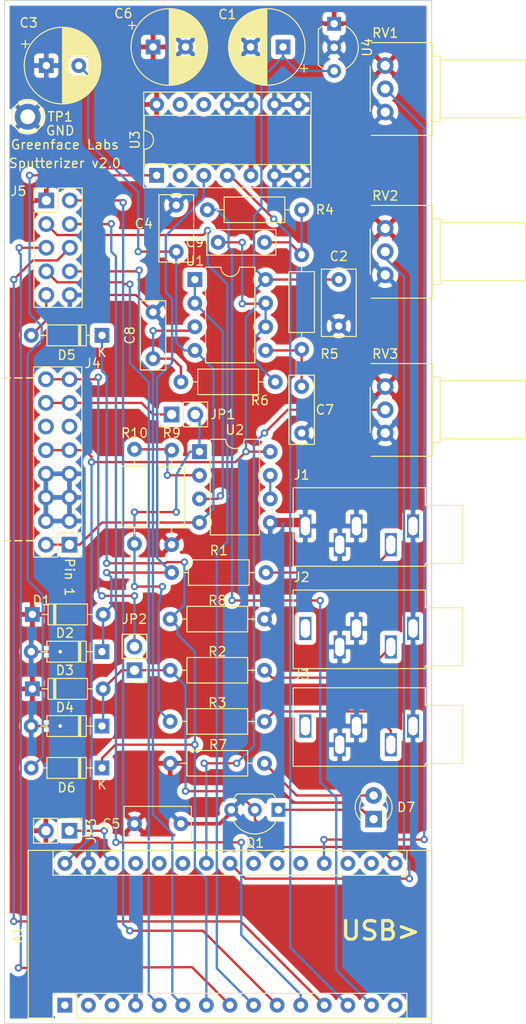
<source format=kicad_pcb>
(kicad_pcb (version 20171130) (host pcbnew "(5.1.2)-1")
  (layers (0 F.Cu signal) (31 B.Cu signal) (34 B.Paste user hide) (35 F.Paste user hide) (36 B.SilkS user) (37 F.SilkS user) (38 B.Mask user hide) (39 F.Mask user hide) (44 Edge.Cuts user))
  (net 0 "")
  (net 1 "Net-(A1-Pad1)")
  (net 2 "Net-(A1-Pad17)")
  (net 3 "Net-(A1-Pad2)")
  (net 4 "Net-(A1-Pad18)")
  (net 5 "Net-(A1-Pad3)")
  (net 6 "Net-(A1-Pad19)")
  (net 7 GND)
  (net 8 "Net-(A1-Pad20)")
  (net 9 "Net-(A1-Pad5)")
  (net 10 "Net-(A1-Pad21)")
  (net 11 "Net-(A1-Pad6)")
  (net 12 "Net-(A1-Pad22)")
  (net 13 "Net-(A1-Pad7)")
  (net 14 "Net-(A1-Pad23)")
  (net 15 "Net-(A1-Pad8)")
  (net 16 "Net-(A1-Pad24)")
  (net 17 "Net-(A1-Pad9)")
  (net 18 "Net-(A1-Pad25)")
  (net 19 "Net-(A1-Pad10)")
  (net 20 "Net-(A1-Pad26)")
  (net 21 "Net-(A1-Pad11)")
  (net 22 +5V)
  (net 23 "Net-(A1-Pad12)")
  (net 24 "Net-(A1-Pad28)")
  (net 25 "Net-(A1-Pad13)")
  (net 26 "Net-(A1-Pad14)")
  (net 27 "Net-(A1-Pad15)")
  (net 28 "Net-(A1-Pad16)")
  (net 29 +12V)
  (net 30 -12V)
  (net 31 "Net-(C7-Pad1)")
  (net 32 "Net-(C8-Pad1)")
  (net 33 "Net-(C9-Pad1)")
  (net 34 "Net-(C9-Pad2)")
  (net 35 "Net-(D7-Pad1)")
  (net 36 "Net-(D7-Pad2)")
  (net 37 /CV)
  (net 38 /Gate)
  (net 39 "Net-(R10-Pad1)")
  (net 40 "Net-(U1-Pad1)")
  (net 41 "Net-(U2-Pad6)")
  (net 42 "Net-(J4-Pad11)")
  (net 43 "Net-(JP1-Pad2)")
  (net 44 "Net-(J4-Pad12)")
  (net 45 "Net-(A1-Pad27)")
  (net 46 "Net-(D1-Pad2)")
  (net 47 "Net-(D5-Pad2)")
  (net 48 "Net-(D6-Pad2)")
  (net 49 "Net-(J1-Pad2)")
  (net 50 "Net-(J2-Pad2)")
  (net 51 "Net-(J3-Pad2)")
  (net 52 "Net-(U3-Pad2)")
  (net 53 "Net-(U3-Pad12)")
  (net 54 "Net-(U3-Pad13)")
  (net 55 "Net-(J2-Pad4)")
  (net 56 "Net-(J3-Pad4)")
  (module sputterizer:Jack_3.5mm_CUI_SJ1-3535NG_Horizontal_RectangularHoles (layer F.Cu) (at 93 121.5 270)
    (fp_text reference J1 (at -5.5 12 180) (layer F.SilkS))
    (fp_text value SJ1-3535)
    (pad 4 thru_hole rect (at 0 11.6 270) (size 2.5 1.3) (drill oval 2 1) (layers *.Cu *.Mask) (net 7 GND))
    (pad 5 thru_hole rect (at 0 6.1 270) (size 2.5 1.3) (drill oval 2 1) (layers *.Cu *.Mask) (net 7 GND))
    (pad 1 thru_hole rect (at 0 0 270) (size 2.5 1.3) (drill oval 2 1) (layers *.Cu *.Mask) (net 7 GND))
    (pad 2 thru_hole rect (at 2 2.4 270) (size 2.5 1.3) (drill oval 2 1) (layers *.Cu *.Mask) (net 49 "Net-(J1-Pad2)"))
    (pad 3 thru_hole rect (at 2 7.9 270) (size 2.5 1.3) (drill oval 2 1) (layers *.Cu *.Mask) (net 7 GND))
  )
  (module sputterizer:Jack_3.5mm_CUI_SJ1-3535NG_Horizontal_RectangularHoles (layer F.Cu) (at 93 132.5 270)
    (fp_text reference J2 (at -5.5 12 180) (layer F.SilkS))
    (fp_text value SJ1-3535)
    (pad 4 thru_hole rect (at 0 11.6 270) (size 2.5 1.3) (drill oval 2 1) (layers *.Cu *.Mask) (net 55 "Net-(J2-Pad4)"))
    (pad 5 thru_hole rect (at 0 6.1 270) (size 2.5 1.3) (drill oval 2 1) (layers *.Cu *.Mask) (net 7 GND))
    (pad 1 thru_hole rect (at 0 0 270) (size 2.5 1.3) (drill oval 2 1) (layers *.Cu *.Mask) (net 7 GND))
    (pad 2 thru_hole rect (at 2 2.4 270) (size 2.5 1.3) (drill oval 2 1) (layers *.Cu *.Mask) (net 50 "Net-(J2-Pad2)"))
    (pad 3 thru_hole rect (at 2 7.9 270) (size 2.5 1.3) (drill oval 2 1) (layers *.Cu *.Mask) (net 7 GND))
  )
  (module sputterizer:Jack_3.5mm_CUI_SJ1-3535NG_Horizontal_RectangularHoles (layer F.Cu) (at 93 143 270)
    (fp_text reference J3 (at -5.5 12 180) (layer F.SilkS))
    (fp_text value SJ1-3535)
    (pad 4 thru_hole rect (at 0 11.6 270) (size 2.5 1.3) (drill oval 2 1) (layers *.Cu *.Mask) (net 56 "Net-(J3-Pad4)"))
    (pad 5 thru_hole rect (at 0 6.1 270) (size 2.5 1.3) (drill oval 2 1) (layers *.Cu *.Mask) (net 7 GND))
    (pad 1 thru_hole rect (at 0 0 270) (size 2.5 1.3) (drill oval 2 1) (layers *.Cu *.Mask) (net 7 GND))
    (pad 2 thru_hole rect (at 2 2.4 270) (size 2.5 1.3) (drill oval 2 1) (layers *.Cu *.Mask) (net 51 "Net-(J3-Pad2)"))
    (pad 3 thru_hole rect (at 2 7.9 270) (size 2.5 1.3) (drill oval 2 1) (layers *.Cu *.Mask) (net 7 GND))
  )
  (module Connector_PinHeader_2.54mm:PinHeader_2x05_P2.54mm_Vertical (layer F.Cu) (at 53.5 86.5)
    (fp_text reference J5 (at -3 -1) (layer F.SilkS))
    (fp_text value Conn_02x05_Odd_Even)
    (pad 10 thru_hole oval (at 2.54 10.16) (size 1.7 1.7) (drill 1) (layers *.Cu *.Mask) (net 7 GND))
    (pad 9 thru_hole oval (at 0 10.16) (size 1.7 1.7) (drill 1) (layers *.Cu *.Mask) (net 47 "Net-(D5-Pad2)"))
    (pad 8 thru_hole oval (at 2.54 7.62) (size 1.7 1.7) (drill 1) (layers *.Cu *.Mask) (net 11 "Net-(A1-Pad6)"))
    (pad 7 thru_hole oval (at 0 7.62) (size 1.7 1.7) (drill 1) (layers *.Cu *.Mask) (net 9 "Net-(A1-Pad5)"))
    (pad 6 thru_hole oval (at 2.54 5.08) (size 1.7 1.7) (drill 1) (layers *.Cu *.Mask) (net 23 "Net-(A1-Pad12)"))
    (pad 5 thru_hole oval (at 0 5.08) (size 1.7 1.7) (drill 1) (layers *.Cu *.Mask) (net 15 "Net-(A1-Pad8)"))
    (pad 4 thru_hole oval (at 2.54 2.54) (size 1.7 1.7) (drill 1) (layers *.Cu *.Mask) (net 21 "Net-(A1-Pad11)"))
    (pad 3 thru_hole oval (at 0 2.54) (size 1.7 1.7) (drill 1) (layers *.Cu *.Mask) (net 17 "Net-(A1-Pad9)"))
    (pad 2 thru_hole oval (at 2.54 0) (size 1.7 1.7) (drill 1) (layers *.Cu *.Mask) (net 19 "Net-(A1-Pad10)"))
    (pad 1 thru_hole rect (at 0 0) (size 1.7 1.7) (drill 1) (layers *.Cu *.Mask) (net 22 +5V))
  )
  (module Module:Arduino_Nano (layer F.Cu) (at 55.5 173 90)
    (fp_text reference A1 (at 7.62 -5.08 90) (layer F.SilkS))
    (fp_text value Arduino_Nano_v3.x)
    (pad 16 thru_hole oval (at 15.24 35.56 90) (size 1.6 1.6) (drill 0.8) (layers *.Cu *.Mask) (net 28 "Net-(A1-Pad16)"))
    (pad 15 thru_hole oval (at 0 35.56 90) (size 1.6 1.6) (drill 0.8) (layers *.Cu *.Mask) (net 27 "Net-(A1-Pad15)"))
    (pad 30 thru_hole oval (at 15.24 0 90) (size 1.6 1.6) (drill 0.8) (layers *.Cu *.Mask) (net 29 +12V))
    (pad 14 thru_hole oval (at 0 33.02 90) (size 1.6 1.6) (drill 0.8) (layers *.Cu *.Mask) (net 26 "Net-(A1-Pad14)"))
    (pad 29 thru_hole oval (at 15.24 2.54 90) (size 1.6 1.6) (drill 0.8) (layers *.Cu *.Mask) (net 7 GND))
    (pad 13 thru_hole oval (at 0 30.48 90) (size 1.6 1.6) (drill 0.8) (layers *.Cu *.Mask) (net 25 "Net-(A1-Pad13)"))
    (pad 28 thru_hole oval (at 15.24 5.08 90) (size 1.6 1.6) (drill 0.8) (layers *.Cu *.Mask) (net 24 "Net-(A1-Pad28)"))
    (pad 12 thru_hole oval (at 0 27.94 90) (size 1.6 1.6) (drill 0.8) (layers *.Cu *.Mask) (net 23 "Net-(A1-Pad12)"))
    (pad 27 thru_hole oval (at 15.24 7.62 90) (size 1.6 1.6) (drill 0.8) (layers *.Cu *.Mask) (net 45 "Net-(A1-Pad27)"))
    (pad 11 thru_hole oval (at 0 25.4 90) (size 1.6 1.6) (drill 0.8) (layers *.Cu *.Mask) (net 21 "Net-(A1-Pad11)"))
    (pad 26 thru_hole oval (at 15.24 10.16 90) (size 1.6 1.6) (drill 0.8) (layers *.Cu *.Mask) (net 20 "Net-(A1-Pad26)"))
    (pad 10 thru_hole oval (at 0 22.86 90) (size 1.6 1.6) (drill 0.8) (layers *.Cu *.Mask) (net 19 "Net-(A1-Pad10)"))
    (pad 25 thru_hole oval (at 15.24 12.7 90) (size 1.6 1.6) (drill 0.8) (layers *.Cu *.Mask) (net 18 "Net-(A1-Pad25)"))
    (pad 9 thru_hole oval (at 0 20.32 90) (size 1.6 1.6) (drill 0.8) (layers *.Cu *.Mask) (net 17 "Net-(A1-Pad9)"))
    (pad 24 thru_hole oval (at 15.24 15.24 90) (size 1.6 1.6) (drill 0.8) (layers *.Cu *.Mask) (net 16 "Net-(A1-Pad24)"))
    (pad 8 thru_hole oval (at 0 17.78 90) (size 1.6 1.6) (drill 0.8) (layers *.Cu *.Mask) (net 15 "Net-(A1-Pad8)"))
    (pad 23 thru_hole oval (at 15.24 17.78 90) (size 1.6 1.6) (drill 0.8) (layers *.Cu *.Mask) (net 14 "Net-(A1-Pad23)"))
    (pad 7 thru_hole oval (at 0 15.24 90) (size 1.6 1.6) (drill 0.8) (layers *.Cu *.Mask) (net 13 "Net-(A1-Pad7)"))
    (pad 22 thru_hole oval (at 15.24 20.32 90) (size 1.6 1.6) (drill 0.8) (layers *.Cu *.Mask) (net 12 "Net-(A1-Pad22)"))
    (pad 6 thru_hole oval (at 0 12.7 90) (size 1.6 1.6) (drill 0.8) (layers *.Cu *.Mask) (net 11 "Net-(A1-Pad6)"))
    (pad 21 thru_hole oval (at 15.24 22.86 90) (size 1.6 1.6) (drill 0.8) (layers *.Cu *.Mask) (net 10 "Net-(A1-Pad21)"))
    (pad 5 thru_hole oval (at 0 10.16 90) (size 1.6 1.6) (drill 0.8) (layers *.Cu *.Mask) (net 9 "Net-(A1-Pad5)"))
    (pad 20 thru_hole oval (at 15.24 25.4 90) (size 1.6 1.6) (drill 0.8) (layers *.Cu *.Mask) (net 8 "Net-(A1-Pad20)"))
    (pad 4 thru_hole oval (at 0 7.62 90) (size 1.6 1.6) (drill 0.8) (layers *.Cu *.Mask) (net 7 GND))
    (pad 19 thru_hole oval (at 15.24 27.94 90) (size 1.6 1.6) (drill 0.8) (layers *.Cu *.Mask) (net 6 "Net-(A1-Pad19)"))
    (pad 3 thru_hole oval (at 0 5.08 90) (size 1.6 1.6) (drill 0.8) (layers *.Cu *.Mask) (net 5 "Net-(A1-Pad3)"))
    (pad 18 thru_hole oval (at 15.24 30.48 90) (size 1.6 1.6) (drill 0.8) (layers *.Cu *.Mask) (net 4 "Net-(A1-Pad18)"))
    (pad 2 thru_hole oval (at 0 2.54 90) (size 1.6 1.6) (drill 0.8) (layers *.Cu *.Mask) (net 3 "Net-(A1-Pad2)"))
    (pad 17 thru_hole oval (at 15.24 33.02 90) (size 1.6 1.6) (drill 0.8) (layers *.Cu *.Mask) (net 2 "Net-(A1-Pad17)"))
    (pad 1 thru_hole rect (at 0 0 90) (size 1.6 1.6) (drill 0.8) (layers *.Cu *.Mask) (net 1 "Net-(A1-Pad1)"))
  )
  (module Capacitor_THT:CP_Radial_D8.0mm_P3.50mm (layer F.Cu) (at 79 70 180)
    (fp_text reference C1 (at 6 3.5) (layer F.SilkS))
    (fp_text value 100uF)
    (pad 2 thru_hole circle (at 3.5 0 180) (size 1.6 1.6) (drill 0.8) (layers *.Cu *.Mask) (net 7 GND))
    (pad 1 thru_hole rect (at 0 0 180) (size 1.6 1.6) (drill 0.8) (layers *.Cu *.Mask) (net 29 +12V))
  )
  (module Capacitor_THT:C_Rect_L7.0mm_W3.5mm_P5.00mm (layer F.Cu) (at 85 95 270)
    (fp_text reference C2 (at -2.5 0 180) (layer F.SilkS))
    (fp_text value 100nF)
    (pad 2 thru_hole circle (at 5 0 270) (size 1.6 1.6) (drill 0.8) (layers *.Cu *.Mask) (net 7 GND))
    (pad 1 thru_hole circle (at 0 0 270) (size 1.6 1.6) (drill 0.8) (layers *.Cu *.Mask) (net 29 +12V))
  )
  (module Capacitor_THT:CP_Radial_D8.0mm_P3.50mm (layer F.Cu) (at 53.5 72)
    (fp_text reference C3 (at -1.9 -4.6) (layer F.SilkS))
    (fp_text value 100uF)
    (pad 2 thru_hole circle (at 3.5 0) (size 1.6 1.6) (drill 0.8) (layers *.Cu *.Mask) (net 30 -12V))
    (pad 1 thru_hole rect (at 0 0) (size 1.6 1.6) (drill 0.8) (layers *.Cu *.Mask) (net 7 GND))
  )
  (module Capacitor_THT:C_Rect_L7.0mm_W3.5mm_P5.00mm (layer F.Cu) (at 67.5 87 270)
    (fp_text reference C4 (at 2 3.5 180) (layer F.SilkS))
    (fp_text value 100nF)
    (pad 2 thru_hole circle (at 5 0 270) (size 1.6 1.6) (drill 0.8) (layers *.Cu *.Mask) (net 30 -12V))
    (pad 1 thru_hole circle (at 0 0 270) (size 1.6 1.6) (drill 0.8) (layers *.Cu *.Mask) (net 7 GND))
  )
  (module Capacitor_THT:C_Rect_L7.0mm_W3.5mm_P5.00mm (layer F.Cu) (at 63 153.5)
    (fp_text reference C5 (at -2.5 0) (layer F.SilkS))
    (fp_text value 100nF)
    (pad 2 thru_hole circle (at 5 0) (size 1.6 1.6) (drill 0.8) (layers *.Cu *.Mask) (net 7 GND))
    (pad 1 thru_hole circle (at 0 0) (size 1.6 1.6) (drill 0.8) (layers *.Cu *.Mask) (net 22 +5V))
  )
  (module Capacitor_THT:CP_Radial_D8.0mm_P3.50mm (layer F.Cu) (at 65 70)
    (fp_text reference C6 (at -3.2 -3.6) (layer F.SilkS))
    (fp_text value 100uF)
    (pad 2 thru_hole circle (at 3.5 0) (size 1.6 1.6) (drill 0.8) (layers *.Cu *.Mask) (net 7 GND))
    (pad 1 thru_hole rect (at 0 0) (size 1.6 1.6) (drill 0.8) (layers *.Cu *.Mask) (net 22 +5V))
  )
  (module Capacitor_THT:C_Rect_L7.2mm_W2.5mm_P5.00mm_FKS2_FKP2_MKS2_MKP2 (layer F.Cu) (at 81 106.5 270)
    (fp_text reference C7 (at 2.5 -2.5 180) (layer F.SilkS))
    (fp_text value 10nF)
    (pad 2 thru_hole circle (at 5 0 270) (size 1.6 1.6) (drill 0.8) (layers *.Cu *.Mask) (net 7 GND))
    (pad 1 thru_hole circle (at 0 0 270) (size 1.6 1.6) (drill 0.8) (layers *.Cu *.Mask) (net 31 "Net-(C7-Pad1)"))
  )
  (module Capacitor_THT:C_Rect_L7.2mm_W2.5mm_P5.00mm_FKS2_FKP2_MKS2_MKP2 (layer F.Cu) (at 65 103.5 90)
    (fp_text reference C8 (at 2.5 -2.5 90) (layer F.SilkS))
    (fp_text value 100nF)
    (pad 2 thru_hole circle (at 5 0 90) (size 1.6 1.6) (drill 0.8) (layers *.Cu *.Mask) (net 7 GND))
    (pad 1 thru_hole circle (at 0 0 90) (size 1.6 1.6) (drill 0.8) (layers *.Cu *.Mask) (net 32 "Net-(C8-Pad1)"))
  )
  (module Capacitor_THT:C_Rect_L7.2mm_W2.5mm_P5.00mm_FKS2_FKP2_MKS2_MKP2 (layer F.Cu) (at 72 91)
    (fp_text reference C9 (at -2.5 0) (layer F.SilkS))
    (fp_text value 100nF)
    (pad 2 thru_hole circle (at 5 0) (size 1.6 1.6) (drill 0.8) (layers *.Cu *.Mask) (net 34 "Net-(C9-Pad2)"))
    (pad 1 thru_hole circle (at 0 0) (size 1.6 1.6) (drill 0.8) (layers *.Cu *.Mask) (net 33 "Net-(C9-Pad1)"))
  )
  (module Diode_THT:D_DO-35_SOD27_P7.62mm_Horizontal (layer F.Cu) (at 52 131)
    (fp_text reference D1 (at 1 -1.5) (layer F.SilkS))
    (fp_text value SB120)
    (pad 2 thru_hole oval (at 7.62 0) (size 1.6 1.6) (drill 0.8) (layers *.Cu *.Mask) (net 46 "Net-(D1-Pad2)"))
    (pad 1 thru_hole rect (at 0 0) (size 1.6 1.6) (drill 0.8) (layers *.Cu *.Mask) (net 22 +5V))
  )
  (module Diode_THT:D_DO-35_SOD27_P7.62mm_Horizontal (layer F.Cu) (at 59.5 135 180)
    (fp_text reference D2 (at 4 2) (layer F.SilkS))
    (fp_text value SB120)
    (pad 2 thru_hole oval (at 7.62 0 180) (size 1.6 1.6) (drill 0.8) (layers *.Cu *.Mask) (net 7 GND))
    (pad 1 thru_hole rect (at 0 0 180) (size 1.6 1.6) (drill 0.8) (layers *.Cu *.Mask) (net 46 "Net-(D1-Pad2)"))
  )
  (module Diode_THT:D_DO-35_SOD27_P7.62mm_Horizontal (layer F.Cu) (at 52 139)
    (fp_text reference D3 (at 3.5 -2) (layer F.SilkS))
    (fp_text value SB120)
    (pad 2 thru_hole oval (at 7.62 0) (size 1.6 1.6) (drill 0.8) (layers *.Cu *.Mask) (net 28 "Net-(A1-Pad16)"))
    (pad 1 thru_hole rect (at 0 0) (size 1.6 1.6) (drill 0.8) (layers *.Cu *.Mask) (net 22 +5V))
  )
  (module Diode_THT:D_DO-35_SOD27_P7.62mm_Horizontal (layer F.Cu) (at 59.5 143 180)
    (fp_text reference D4 (at 4 2) (layer F.SilkS))
    (fp_text value SB120)
    (pad 2 thru_hole oval (at 7.62 0 180) (size 1.6 1.6) (drill 0.8) (layers *.Cu *.Mask) (net 7 GND))
    (pad 1 thru_hole rect (at 0 0 180) (size 1.6 1.6) (drill 0.8) (layers *.Cu *.Mask) (net 28 "Net-(A1-Pad16)"))
  )
  (module LED_THT:LED_D3.0mm (layer F.Cu) (at 88.75 153 90)
    (fp_text reference D7 (at 1.27 3.5) (layer F.SilkS))
    (fp_text value LED)
    (pad 2 thru_hole circle (at 2.54 0 90) (size 1.8 1.8) (drill 0.9) (layers *.Cu *.Mask) (net 36 "Net-(D7-Pad2)"))
    (pad 1 thru_hole rect (at 0 0 90) (size 1.8 1.8) (drill 0.9) (layers *.Cu *.Mask) (net 35 "Net-(D7-Pad1)"))
  )
  (module Connector_PinHeader_2.54mm:PinHeader_2x08_P2.54mm_Vertical (layer F.Cu) (at 56 123.5 180)
    (fp_text reference J4 (at -2.5 19.5) (layer F.SilkS))
    (fp_text value "2X8 Header")
    (pad 16 thru_hole oval (at 2.54 17.78 180) (size 1.7 1.7) (drill 1) (layers *.Cu *.Mask) (net 38 /Gate))
    (pad 15 thru_hole oval (at 0 17.78 180) (size 1.7 1.7) (drill 1) (layers *.Cu *.Mask) (net 38 /Gate))
    (pad 14 thru_hole oval (at 2.54 15.24 180) (size 1.7 1.7) (drill 1) (layers *.Cu *.Mask) (net 37 /CV))
    (pad 13 thru_hole oval (at 0 15.24 180) (size 1.7 1.7) (drill 1) (layers *.Cu *.Mask) (net 37 /CV))
    (pad 12 thru_hole oval (at 2.54 12.7 180) (size 1.7 1.7) (drill 1) (layers *.Cu *.Mask) (net 44 "Net-(J4-Pad12)"))
    (pad 11 thru_hole oval (at 0 12.7 180) (size 1.7 1.7) (drill 1) (layers *.Cu *.Mask) (net 42 "Net-(J4-Pad11)"))
    (pad 10 thru_hole oval (at 2.54 10.16 180) (size 1.7 1.7) (drill 1) (layers *.Cu *.Mask) (net 29 +12V))
    (pad 9 thru_hole oval (at 0 10.16 180) (size 1.7 1.7) (drill 1) (layers *.Cu *.Mask) (net 29 +12V))
    (pad 8 thru_hole oval (at 2.54 7.62 180) (size 1.7 1.7) (drill 1) (layers *.Cu *.Mask) (net 7 GND))
    (pad 7 thru_hole oval (at 0 7.62 180) (size 1.7 1.7) (drill 1) (layers *.Cu *.Mask) (net 7 GND))
    (pad 6 thru_hole oval (at 2.54 5.08 180) (size 1.7 1.7) (drill 1) (layers *.Cu *.Mask) (net 7 GND))
    (pad 5 thru_hole oval (at 0 5.08 180) (size 1.7 1.7) (drill 1) (layers *.Cu *.Mask) (net 7 GND))
    (pad 4 thru_hole oval (at 2.54 2.54 180) (size 1.7 1.7) (drill 1) (layers *.Cu *.Mask) (net 7 GND))
    (pad 3 thru_hole oval (at 0 2.54 180) (size 1.7 1.7) (drill 1) (layers *.Cu *.Mask) (net 7 GND))
    (pad 2 thru_hole oval (at 2.54 0 180) (size 1.7 1.7) (drill 1) (layers *.Cu *.Mask) (net 30 -12V))
    (pad 1 thru_hole rect (at 0 0 180) (size 1.7 1.7) (drill 1) (layers *.Cu *.Mask) (net 30 -12V))
  )
  (module Resistor_THT:R_Axial_DIN0207_L6.3mm_D2.5mm_P10.16mm_Horizontal (layer F.Cu) (at 67 126.5)
    (fp_text reference R1 (at 5.08 -2.37) (layer F.SilkS))
    (fp_text value 10K)
    (pad 2 thru_hole oval (at 10.16 0) (size 1.6 1.6) (drill 0.8) (layers *.Cu *.Mask) (net 49 "Net-(J1-Pad2)"))
    (pad 1 thru_hole circle (at 0 0) (size 1.6 1.6) (drill 0.8) (layers *.Cu *.Mask) (net 46 "Net-(D1-Pad2)"))
  )
  (module Resistor_THT:R_Axial_DIN0207_L6.3mm_D2.5mm_P10.16mm_Horizontal (layer F.Cu) (at 77 137 180)
    (fp_text reference R2 (at 5.08 2) (layer F.SilkS))
    (fp_text value 470)
    (pad 2 thru_hole oval (at 10.16 0 180) (size 1.6 1.6) (drill 0.8) (layers *.Cu *.Mask) (net 28 "Net-(A1-Pad16)"))
    (pad 1 thru_hole circle (at 0 0 180) (size 1.6 1.6) (drill 0.8) (layers *.Cu *.Mask) (net 50 "Net-(J2-Pad2)"))
  )
  (module Resistor_THT:R_Axial_DIN0207_L6.3mm_D2.5mm_P10.16mm_Horizontal (layer F.Cu) (at 77 142.5 180)
    (fp_text reference R3 (at 5.08 2) (layer F.SilkS))
    (fp_text value 470)
    (pad 2 thru_hole oval (at 10.16 0 180) (size 1.6 1.6) (drill 0.8) (layers *.Cu *.Mask) (net 43 "Net-(JP1-Pad2)"))
    (pad 1 thru_hole circle (at 0 0 180) (size 1.6 1.6) (drill 0.8) (layers *.Cu *.Mask) (net 51 "Net-(J3-Pad2)"))
  )
  (module Resistor_THT:R_Axial_DIN0207_L6.3mm_D2.5mm_P10.16mm_Horizontal (layer F.Cu) (at 81 87.5 180)
    (fp_text reference R4 (at -2.5 0) (layer F.SilkS))
    (fp_text value 17.8K)
    (pad 2 thru_hole oval (at 10.16 0 180) (size 1.6 1.6) (drill 0.8) (layers *.Cu *.Mask) (net 26 "Net-(A1-Pad14)"))
    (pad 1 thru_hole circle (at 0 0 180) (size 1.6 1.6) (drill 0.8) (layers *.Cu *.Mask) (net 34 "Net-(C9-Pad2)"))
  )
  (module Resistor_THT:R_Axial_DIN0207_L6.3mm_D2.5mm_P10.16mm_Horizontal (layer F.Cu) (at 81 102.5 90)
    (fp_text reference R5 (at -0.5 3 180) (layer F.SilkS))
    (fp_text value 140K)
    (pad 2 thru_hole oval (at 10.16 0 90) (size 1.6 1.6) (drill 0.8) (layers *.Cu *.Mask) (net 34 "Net-(C9-Pad2)"))
    (pad 1 thru_hole circle (at 0 0 90) (size 1.6 1.6) (drill 0.8) (layers *.Cu *.Mask) (net 31 "Net-(C7-Pad1)"))
  )
  (module Resistor_THT:R_Axial_DIN0207_L6.3mm_D2.5mm_P10.16mm_Horizontal (layer F.Cu) (at 68 106)
    (fp_text reference R6 (at 8.5 2) (layer F.SilkS))
    (fp_text value 15.8K)
    (pad 2 thru_hole oval (at 10.16 0) (size 1.6 1.6) (drill 0.8) (layers *.Cu *.Mask) (net 33 "Net-(C9-Pad1)"))
    (pad 1 thru_hole circle (at 0 0) (size 1.6 1.6) (drill 0.8) (layers *.Cu *.Mask) (net 32 "Net-(C8-Pad1)"))
  )
  (module Resistor_THT:R_Axial_DIN0207_L6.3mm_D2.5mm_P10.16mm_Horizontal (layer F.Cu) (at 77 147 180)
    (fp_text reference R7 (at 5 2) (layer F.SilkS))
    (fp_text value 1K)
    (pad 2 thru_hole oval (at 10.16 0 180) (size 1.6 1.6) (drill 0.8) (layers *.Cu *.Mask) (net 22 +5V))
    (pad 1 thru_hole circle (at 0 0 180) (size 1.6 1.6) (drill 0.8) (layers *.Cu *.Mask) (net 36 "Net-(D7-Pad2)"))
  )
  (module Resistor_THT:R_Axial_DIN0207_L6.3mm_D2.5mm_P10.16mm_Horizontal (layer F.Cu) (at 77 131.5 180)
    (fp_text reference R8 (at 5.08 2) (layer F.SilkS))
    (fp_text value 20K)
    (pad 2 thru_hole oval (at 10.16 0 180) (size 1.6 1.6) (drill 0.8) (layers *.Cu *.Mask) (net 13 "Net-(A1-Pad7)"))
    (pad 1 thru_hole circle (at 0 0 180) (size 1.6 1.6) (drill 0.8) (layers *.Cu *.Mask) (net 7 GND))
  )
  (module Package_DIP:DIP-8_W7.62mm (layer F.Cu) (at 69.5 95)
    (fp_text reference U1 (at 0 -2) (layer F.SilkS))
    (fp_text value NE5532)
    (pad 8 thru_hole oval (at 7.62 0) (size 1.6 1.6) (drill 0.8) (layers *.Cu *.Mask) (net 29 +12V))
    (pad 4 thru_hole oval (at 0 7.62) (size 1.6 1.6) (drill 0.8) (layers *.Cu *.Mask) (net 30 -12V))
    (pad 7 thru_hole oval (at 7.62 2.54) (size 1.6 1.6) (drill 0.8) (layers *.Cu *.Mask) (net 33 "Net-(C9-Pad1)"))
    (pad 3 thru_hole oval (at 0 5.08) (size 1.6 1.6) (drill 0.8) (layers *.Cu *.Mask) (net 32 "Net-(C8-Pad1)"))
    (pad 6 thru_hole oval (at 7.62 5.08) (size 1.6 1.6) (drill 0.8) (layers *.Cu *.Mask) (net 33 "Net-(C9-Pad1)"))
    (pad 2 thru_hole oval (at 0 2.54) (size 1.6 1.6) (drill 0.8) (layers *.Cu *.Mask) (net 40 "Net-(U1-Pad1)"))
    (pad 5 thru_hole oval (at 7.62 7.62) (size 1.6 1.6) (drill 0.8) (layers *.Cu *.Mask) (net 31 "Net-(C7-Pad1)"))
    (pad 1 thru_hole rect (at 0 0) (size 1.6 1.6) (drill 0.8) (layers *.Cu *.Mask) (net 40 "Net-(U1-Pad1)"))
  )
  (module Connector_PinHeader_2.54mm:PinHeader_1x02_P2.54mm_Vertical (layer F.Cu) (at 67 109.5 90)
    (fp_text reference JP1 (at 0 5.5) (layer F.SilkS))
    (fp_text value Conn_01x02_Male)
    (pad 2 thru_hole oval (at 0 2.54 90) (size 1.7 1.7) (drill 1) (layers *.Cu *.Mask) (net 43 "Net-(JP1-Pad2)"))
    (pad 1 thru_hole rect (at 0 0 90) (size 1.7 1.7) (drill 1) (layers *.Cu *.Mask) (net 37 /CV))
  )
  (module Connector_PinHeader_2.54mm:PinHeader_1x02_P2.54mm_Vertical (layer F.Cu) (at 63 137 180)
    (fp_text reference JP2 (at 0 5.5 180) (layer F.SilkS))
    (fp_text value Conn_01x02_Male)
    (pad 2 thru_hole oval (at 0 2.54 180) (size 1.7 1.7) (drill 1) (layers *.Cu *.Mask) (net 38 /Gate))
    (pad 1 thru_hole rect (at 0 0 180) (size 1.7 1.7) (drill 1) (layers *.Cu *.Mask) (net 28 "Net-(A1-Pad16)"))
  )
  (module Resistor_THT:R_Axial_DIN0207_L6.3mm_D2.5mm_P10.16mm_Horizontal (layer F.Cu) (at 67 123.5 90)
    (fp_text reference R9 (at 12 0 180) (layer F.SilkS))
    (fp_text value 10.0K)
    (pad 2 thru_hole oval (at 10.16 0 90) (size 1.6 1.6) (drill 0.8) (layers *.Cu *.Mask) (net 39 "Net-(R10-Pad1)"))
    (pad 1 thru_hole circle (at 0 0 90) (size 1.6 1.6) (drill 0.8) (layers *.Cu *.Mask) (net 22 +5V))
  )
  (module Resistor_THT:R_Axial_DIN0207_L6.3mm_D2.5mm_P10.16mm_Horizontal (layer F.Cu) (at 63 113.25 270)
    (fp_text reference R10 (at -1.75 0 180) (layer F.SilkS))
    (fp_text value 10.0K)
    (pad 2 thru_hole oval (at 10.16 0 270) (size 1.6 1.6) (drill 0.8) (layers *.Cu *.Mask) (net 43 "Net-(JP1-Pad2)"))
    (pad 1 thru_hole circle (at 0 0 270) (size 1.6 1.6) (drill 0.8) (layers *.Cu *.Mask) (net 39 "Net-(R10-Pad1)"))
  )
  (module Package_DIP:DIP-8_W7.62mm (layer F.Cu) (at 70 113.5)
    (fp_text reference U2 (at 3.81 -2.33) (layer F.SilkS))
    (fp_text value NE5532)
    (pad 8 thru_hole oval (at 7.62 0) (size 1.6 1.6) (drill 0.8) (layers *.Cu *.Mask) (net 29 +12V))
    (pad 4 thru_hole oval (at 0 7.62) (size 1.6 1.6) (drill 0.8) (layers *.Cu *.Mask) (net 30 -12V))
    (pad 7 thru_hole oval (at 7.62 2.54) (size 1.6 1.6) (drill 0.8) (layers *.Cu *.Mask) (net 41 "Net-(U2-Pad6)"))
    (pad 3 thru_hole oval (at 0 5.08) (size 1.6 1.6) (drill 0.8) (layers *.Cu *.Mask) (net 40 "Net-(U1-Pad1)"))
    (pad 6 thru_hole oval (at 7.62 5.08) (size 1.6 1.6) (drill 0.8) (layers *.Cu *.Mask) (net 41 "Net-(U2-Pad6)"))
    (pad 2 thru_hole oval (at 0 2.54) (size 1.6 1.6) (drill 0.8) (layers *.Cu *.Mask) (net 39 "Net-(R10-Pad1)"))
    (pad 5 thru_hole oval (at 7.62 7.62) (size 1.6 1.6) (drill 0.8) (layers *.Cu *.Mask) (net 7 GND))
    (pad 1 thru_hole rect (at 0 0) (size 1.6 1.6) (drill 0.8) (layers *.Cu *.Mask) (net 43 "Net-(JP1-Pad2)"))
  )
  (module TestPoint:TestPoint_Keystone_5005-5009_Compact (layer F.Cu) (at 51.5 77.5)
    (fp_text reference TP1 (at 3.5 0) (layer F.SilkS))
    (fp_text value TestPoint)
    (pad 1 thru_hole circle (at 0 0) (size 2.8 2.8) (drill 1.6) (layers *.Cu *.Mask) (net 7 GND))
  )
  (module Connector_PinHeader_2.54mm:PinHeader_1x02_P2.54mm_Vertical (layer F.Cu) (at 56 154.25 270)
    (fp_text reference JP3 (at 0 -2.33 90) (layer F.SilkS))
    (fp_text value Conn_01x02_Male)
    (pad 2 thru_hole oval (at 0 2.54 270) (size 1.7 1.7) (drill 1) (layers *.Cu *.Mask) (net 22 +5V))
    (pad 1 thru_hole rect (at 0 0 270) (size 1.7 1.7) (drill 1) (layers *.Cu *.Mask) (net 24 "Net-(A1-Pad28)"))
  )
  (module panel:Potentiometer_Bourns_PTD901_Single_Horizontal (layer F.Cu) (at 90 77)
    (fp_text reference RV1 (at 0 -8.5) (layer F.SilkS))
    (fp_text value 10K)
    (pad 1 thru_hole circle (at 0 0) (size 1.8 1.8) (drill 1) (layers *.Cu *.Mask) (net 7 GND))
    (pad 2 thru_hole circle (at 0 -2.5) (size 1.8 1.8) (drill 1) (layers *.Cu *.Mask) (net 6 "Net-(A1-Pad19)"))
    (pad 3 thru_hole circle (at 0 -5) (size 1.8 1.8) (drill 1) (layers *.Cu *.Mask) (net 22 +5V))
  )
  (module panel:Potentiometer_Bourns_PTD901_Single_Horizontal (layer F.Cu) (at 90 94.5)
    (fp_text reference RV2 (at 0 -8.5) (layer F.SilkS))
    (fp_text value 10K)
    (pad 1 thru_hole circle (at 0 0) (size 1.8 1.8) (drill 1) (layers *.Cu *.Mask) (net 7 GND))
    (pad 2 thru_hole circle (at 0 -2.5) (size 1.8 1.8) (drill 1) (layers *.Cu *.Mask) (net 14 "Net-(A1-Pad23)"))
    (pad 3 thru_hole circle (at 0 -5) (size 1.8 1.8) (drill 1) (layers *.Cu *.Mask) (net 22 +5V))
  )
  (module panel:Potentiometer_Bourns_PTD901_Single_Horizontal (layer F.Cu) (at 90 111.5)
    (fp_text reference RV3 (at 0 -8.5) (layer F.SilkS))
    (fp_text value 10K)
    (pad 1 thru_hole circle (at 0 0) (size 1.8 1.8) (drill 1) (layers *.Cu *.Mask) (net 7 GND))
    (pad 2 thru_hole circle (at 0 -2.5) (size 1.8 1.8) (drill 1) (layers *.Cu *.Mask) (net 16 "Net-(A1-Pad24)"))
    (pad 3 thru_hole circle (at 0 -5) (size 1.8 1.8) (drill 1) (layers *.Cu *.Mask) (net 22 +5V))
  )
  (module Diode_THT:D_DO-35_SOD27_P7.62mm_Horizontal (layer F.Cu) (at 59.5 101 180)
    (fp_text reference D5 (at 3.81 -2.12) (layer F.SilkS))
    (fp_text value 1N4148)
    (fp_text user K (at 0 -1.8) (layer F.SilkS))
    (pad 1 thru_hole rect (at 0 0 180) (size 1.6 1.6) (drill 0.8) (layers *.Cu *.Mask) (net 13 "Net-(A1-Pad7)"))
    (pad 2 thru_hole oval (at 7.62 0 180) (size 1.6 1.6) (drill 0.8) (layers *.Cu *.Mask) (net 47 "Net-(D5-Pad2)"))
  )
  (module Diode_THT:D_DO-35_SOD27_P7.62mm_Horizontal (layer F.Cu) (at 59.5 147.5 180)
    (fp_text reference D6 (at 3.81 -2.12) (layer F.SilkS))
    (fp_text value 1N4148)
    (fp_text user K (at 0 -1.8) (layer F.SilkS))
    (pad 2 thru_hole oval (at 7.62 0 180) (size 1.6 1.6) (drill 0.8) (layers *.Cu *.Mask) (net 48 "Net-(D6-Pad2)"))
    (pad 1 thru_hole rect (at 0 0 180) (size 1.6 1.6) (drill 0.8) (layers *.Cu *.Mask) (net 13 "Net-(A1-Pad7)"))
  )
  (module Package_DIP:DIP-14_W7.62mm_Socket (layer F.Cu) (at 65.38 83.8 90)
    (fp_text reference U3 (at 3.81 -2.33 90) (layer F.SilkS))
    (fp_text value CD4013BE)
    (pad 1 thru_hole rect (at 0 0 90) (size 1.6 1.6) (drill 0.8) (layers *.Cu *.Mask) (net 48 "Net-(D6-Pad2)"))
    (pad 8 thru_hole oval (at 7.62 15.24 90) (size 1.6 1.6) (drill 0.8) (layers *.Cu *.Mask) (net 7 GND))
    (pad 2 thru_hole oval (at 0 2.54 90) (size 1.6 1.6) (drill 0.8) (layers *.Cu *.Mask) (net 52 "Net-(U3-Pad2)"))
    (pad 9 thru_hole oval (at 7.62 12.7 90) (size 1.6 1.6) (drill 0.8) (layers *.Cu *.Mask) (net 7 GND))
    (pad 3 thru_hole oval (at 0 5.08 90) (size 1.6 1.6) (drill 0.8) (layers *.Cu *.Mask) (net 46 "Net-(D1-Pad2)"))
    (pad 10 thru_hole oval (at 7.62 10.16 90) (size 1.6 1.6) (drill 0.8) (layers *.Cu *.Mask) (net 7 GND))
    (pad 4 thru_hole oval (at 0 7.62 90) (size 1.6 1.6) (drill 0.8) (layers *.Cu *.Mask) (net 25 "Net-(A1-Pad13)"))
    (pad 11 thru_hole oval (at 7.62 7.62 90) (size 1.6 1.6) (drill 0.8) (layers *.Cu *.Mask) (net 7 GND))
    (pad 5 thru_hole oval (at 0 10.16 90) (size 1.6 1.6) (drill 0.8) (layers *.Cu *.Mask) (net 22 +5V))
    (pad 12 thru_hole oval (at 7.62 5.08 90) (size 1.6 1.6) (drill 0.8) (layers *.Cu *.Mask) (net 53 "Net-(U3-Pad12)"))
    (pad 6 thru_hole oval (at 0 12.7 90) (size 1.6 1.6) (drill 0.8) (layers *.Cu *.Mask) (net 7 GND))
    (pad 13 thru_hole oval (at 7.62 2.54 90) (size 1.6 1.6) (drill 0.8) (layers *.Cu *.Mask) (net 54 "Net-(U3-Pad13)"))
    (pad 7 thru_hole oval (at 0 15.24 90) (size 1.6 1.6) (drill 0.8) (layers *.Cu *.Mask) (net 7 GND))
    (pad 14 thru_hole oval (at 7.62 0 90) (size 1.6 1.6) (drill 0.8) (layers *.Cu *.Mask) (net 22 +5V))
  )
  (module Package_TO_SOT_THT:TO-92L_Inline_Wide (layer F.Cu) (at 78.5 152 180)
    (fp_text reference Q1 (at 2.54 -3.56) (layer F.SilkS))
    (fp_text value BS170)
    (pad 2 thru_hole circle (at 2.54 0 270) (size 1.5 1.5) (drill 0.8) (layers *.Cu *.Mask) (net 28 "Net-(A1-Pad16)"))
    (pad 3 thru_hole circle (at 5.08 0 270) (size 1.5 1.5) (drill 0.8) (layers *.Cu *.Mask) (net 7 GND))
    (pad 1 thru_hole rect (at 0 0 270) (size 1.5 1.5) (drill 0.8) (layers *.Cu *.Mask) (net 35 "Net-(D7-Pad1)"))
  )
  (module Package_TO_SOT_THT:TO-92L_Inline_Wide (layer F.Cu) (at 84.5 67.5 270)
    (fp_text reference U4 (at 2.54 -3.56 90) (layer F.SilkS))
    (fp_text value L78L05_TO92)
    (pad 1 thru_hole rect (at 0 0) (size 1.5 1.5) (drill 0.8) (layers *.Cu *.Mask) (net 22 +5V))
    (pad 3 thru_hole circle (at 5.08 0) (size 1.5 1.5) (drill 0.8) (layers *.Cu *.Mask) (net 29 +12V))
    (pad 2 thru_hole circle (at 2.54 0) (size 1.5 1.5) (drill 0.8) (layers *.Cu *.Mask) (net 7 GND))
  )
  (gr_text USB> (at 89.5 165) (layer F.SilkS) (effects (font (size 2 2) (thickness 0.35))))
  (gr_text GND (at 55 79) (layer F.SilkS) (effects (font (size 1 1))))
  (gr_text --- (at 50.5 123) (layer F.SilkS) (effects (font (size 1 1))))
  (gr_text --- (at 50.5 105.5) (layer F.SilkS) (effects (font (size 1 1))))
  (gr_text "Pin 1" (at 56 127 270) (layer F.SilkS) (effects (font (size 1 1))))
  (gr_text "Sputterizer v2.0" (at 55.5 82.5) (layer F.SilkS) (effects (font (size 1 1))))
  (gr_text "Greenface Labs" (at 55.5 80.5) (layer F.SilkS) (effects (font (size 1 1))))
  (gr_line (start 95 175) (end 49 175) (layer Edge.Cuts) (width 0.1))
  (gr_line (start 95 65) (end 95 175) (layer Edge.Cuts) (width 0.1))
  (gr_line (start 49 65) (end 95 65) (layer Edge.Cuts) (width 0.1))
  (gr_line (start 49 175) (end 49 65) (layer Edge.Cuts) (width 0.1))
  (segment (start 83.4 155.2) (end 83.4 155.2) (width 0.25) (layer F.Cu) (net 6))
  (via (at 83.4 155.2) (size 0.8) (drill 0.4) (layers F.Cu B.Cu) (net 6))
  (segment (start 83.4 157.72) (end 83.44 157.76) (width 0.25) (layer B.Cu) (net 6))
  (segment (start 83.4 155.2) (end 83.4 157.72) (width 0.25) (layer B.Cu) (net 6))
  (segment (start 90 74.5) (end 94.2 78.7) (width 0.25) (layer B.Cu) (net 6))
  (segment (start 94.2 78.7) (end 94.2 155.2) (width 0.25) (layer B.Cu) (net 6))
  (segment (start 94.2 155.2) (end 94.2 155.2) (width 0.25) (layer B.Cu) (net 6))
  (via (at 94.2 155.2) (size 0.8) (drill 0.4) (layers F.Cu B.Cu) (net 6))
  (segment (start 94.2 155.2) (end 83.4 155.2) (width 0.25) (layer F.Cu) (net 6))
  (segment (start 63.16 96.66) (end 65 98.5) (width 0.25) (layer F.Cu) (net 7))
  (segment (start 56.04 96.66) (end 63.16 96.66) (width 0.25) (layer F.Cu) (net 7))
  (segment (start 73.46 152.225) (end 73.46 152) (width 0.25) (layer F.Cu) (net 7))
  (segment (start 72.185 153.5) (end 73.46 152.225) (width 0.4) (layer F.Cu) (net 7))
  (segment (start 68 153.5) (end 72.185 153.5) (width 0.4) (layer F.Cu) (net 7))
  (segment (start 53.46 115.88) (end 56 115.88) (width 0.25) (layer F.Cu) (net 7))
  (segment (start 51.88 135) (end 55 135) (width 0.25) (layer F.Cu) (net 7))
  (segment (start 55 135) (end 55 135) (width 0.25) (layer F.Cu) (net 7))
  (via (at 55 135) (size 0.8) (drill 0.4) (layers F.Cu B.Cu) (net 7))
  (segment (start 51.88 143) (end 55 143) (width 0.25) (layer F.Cu) (net 7))
  (segment (start 55 143) (end 55 143) (width 0.25) (layer F.Cu) (net 7))
  (via (at 55 143) (size 0.8) (drill 0.4) (layers F.Cu B.Cu) (net 7))
  (segment (start 81.02 121.12) (end 81.4 121.5) (width 0.25) (layer F.Cu) (net 7))
  (segment (start 77.62 121.12) (end 81.02 121.12) (width 1) (layer F.Cu) (net 7))
  (segment (start 84.46 70) (end 84.5 70.04) (width 0.25) (layer F.Cu) (net 7))
  (segment (start 64.534999 171.874999) (end 64.534999 107.034999) (width 0.25) (layer B.Cu) (net 9))
  (segment (start 65.66 173) (end 64.534999 171.874999) (width 0.25) (layer B.Cu) (net 9))
  (segment (start 64.534999 107.034999) (end 64.534999 106.034999) (width 0.25) (layer B.Cu) (net 9))
  (segment (start 64.534999 106.034999) (end 62.5 104) (width 0.25) (layer B.Cu) (net 9))
  (segment (start 62.5 104) (end 62.5 95.5) (width 0.25) (layer B.Cu) (net 9))
  (segment (start 62.5 95.5) (end 62.5 95.5) (width 0.25) (layer B.Cu) (net 9))
  (via (at 62.5 95.5) (size 0.8) (drill 0.4) (layers F.Cu B.Cu) (net 9))
  (segment (start 54.349999 94.969999) (end 53.5 94.12) (width 0.25) (layer F.Cu) (net 9))
  (segment (start 54.675001 95.295001) (end 54.349999 94.969999) (width 0.25) (layer F.Cu) (net 9))
  (segment (start 61.729316 95.295001) (end 54.675001 95.295001) (width 0.25) (layer F.Cu) (net 9))
  (segment (start 61.934315 95.5) (end 61.729316 95.295001) (width 0.25) (layer F.Cu) (net 9))
  (segment (start 62.5 95.5) (end 61.934315 95.5) (width 0.25) (layer F.Cu) (net 9))
  (segment (start 67.074999 171.874999) (end 67.074999 154.574999) (width 0.25) (layer B.Cu) (net 11))
  (segment (start 68.2 173) (end 67.074999 171.874999) (width 0.25) (layer B.Cu) (net 11))
  (segment (start 64.985009 152.485009) (end 64.985009 105.150011) (width 0.25) (layer B.Cu) (net 11))
  (segment (start 67.074999 154.574999) (end 64.985009 152.485009) (width 0.25) (layer B.Cu) (net 11))
  (segment (start 64.985009 105.150011) (end 63.5 103.665002) (width 0.25) (layer B.Cu) (net 11))
  (segment (start 63.5 103.665002) (end 63.5 94) (width 0.25) (layer B.Cu) (net 11))
  (segment (start 63.5 94) (end 63.5 94) (width 0.25) (layer B.Cu) (net 11))
  (via (at 63.5 94) (size 0.8) (drill 0.4) (layers F.Cu B.Cu) (net 11))
  (segment (start 63.38 94.12) (end 63.5 94) (width 0.25) (layer F.Cu) (net 11))
  (segment (start 56.04 94.12) (end 63.38 94.12) (width 0.25) (layer F.Cu) (net 11))
  (segment (start 69.5 135) (end 69.5 135) (width 0.25) (layer B.Cu) (net 13))
  (segment (start 67.639999 133.139999) (end 69.5 135) (width 0.25) (layer B.Cu) (net 13))
  (segment (start 67.639999 132.299999) (end 67.639999 133.139999) (width 0.25) (layer B.Cu) (net 13))
  (segment (start 66.84 131.5) (end 67.639999 132.299999) (width 0.25) (layer B.Cu) (net 13))
  (segment (start 59.5 104.826998) (end 60 105.326998) (width 0.25) (layer B.Cu) (net 13))
  (segment (start 59.5 101) (end 59.5 104.826998) (width 0.25) (layer B.Cu) (net 13))
  (segment (start 60 105.326998) (end 60 125.5) (width 0.25) (layer B.Cu) (net 13))
  (segment (start 60 125.5) (end 60 125.5) (width 0.25) (layer B.Cu) (net 13))
  (via (at 60 125.5) (size 0.8) (drill 0.4) (layers F.Cu B.Cu) (net 13))
  (segment (start 60 125.5) (end 63.5 125.5) (width 0.25) (layer F.Cu) (net 13))
  (segment (start 66.459999 125.374999) (end 68.374999 125.374999) (width 0.25) (layer F.Cu) (net 13))
  (segment (start 63.5 125.5) (end 66.334998 125.5) (width 0.25) (layer F.Cu) (net 13))
  (segment (start 66.334998 125.5) (end 66.459999 125.374999) (width 0.25) (layer F.Cu) (net 13))
  (segment (start 68.374999 125.374999) (end 68.374999 125.374999) (width 0.25) (layer F.Cu) (net 13))
  (via (at 68.374999 125.374999) (size 0.8) (drill 0.4) (layers F.Cu B.Cu) (net 13))
  (segment (start 68.374999 129.965001) (end 66.84 131.5) (width 0.25) (layer B.Cu) (net 13))
  (segment (start 68.374999 125.374999) (end 68.374999 129.965001) (width 0.25) (layer B.Cu) (net 13))
  (segment (start 69.5 135) (end 69.5 145) (width 0.25) (layer B.Cu) (net 13))
  (segment (start 69.5 145) (end 69.5 145) (width 0.25) (layer B.Cu) (net 13))
  (via (at 69.5 145) (size 0.8) (drill 0.4) (layers F.Cu B.Cu) (net 13))
  (segment (start 59.5 146.45) (end 59.5 147.5) (width 0.25) (layer F.Cu) (net 13))
  (segment (start 60.95 145) (end 59.5 146.45) (width 0.25) (layer F.Cu) (net 13))
  (segment (start 69.5 145) (end 60.95 145) (width 0.25) (layer F.Cu) (net 13))
  (segment (start 70.74 159.425002) (end 70.74 173) (width 0.25) (layer B.Cu) (net 13))
  (segment (start 69.5 145) (end 69.5 158.185002) (width 0.25) (layer B.Cu) (net 13))
  (segment (start 69.5 158.185002) (end 70.74 159.425002) (width 0.25) (layer B.Cu) (net 13))
  (segment (start 92.024999 157.059997) (end 92.6 157.634998) (width 0.25) (layer B.Cu) (net 14))
  (segment (start 92.024999 94.711997) (end 92.024999 157.059997) (width 0.25) (layer B.Cu) (net 14))
  (segment (start 90 92) (end 90 92.686998) (width 0.25) (layer B.Cu) (net 14))
  (segment (start 90 92.686998) (end 92.024999 94.711997) (width 0.25) (layer B.Cu) (net 14))
  (segment (start 92.6 157.634998) (end 92.6 159.4) (width 0.25) (layer B.Cu) (net 14))
  (segment (start 92.6 159.4) (end 92.6 159.4) (width 0.25) (layer B.Cu) (net 14))
  (via (at 92.6 159.4) (size 0.8) (drill 0.4) (layers F.Cu B.Cu) (net 14))
  (segment (start 74.92 159.4) (end 73.28 157.76) (width 0.25) (layer F.Cu) (net 14))
  (segment (start 92.6 159.4) (end 74.92 159.4) (width 0.25) (layer F.Cu) (net 14))
  (via (at 50.5 169) (size 0.8) (drill 0.4) (layers F.Cu B.Cu) (net 15))
  (segment (start 69.194999 168.914999) (end 73.28 173) (width 0.25) (layer F.Cu) (net 15))
  (segment (start 50.5 169) (end 69.194999 168.914999) (width 0.25) (layer F.Cu) (net 15))
  (segment (start 53.5 91.58) (end 50.58 91.58) (width 0.25) (layer F.Cu) (net 15))
  (segment (start 50.58 91.58) (end 50.58 91.58) (width 0.25) (layer F.Cu) (net 15))
  (via (at 50.58 91.58) (size 0.8) (drill 0.4) (layers F.Cu B.Cu) (net 15))
  (segment (start 50.58 92.145685) (end 50.58 91.58) (width 0.25) (layer B.Cu) (net 15))
  (segment (start 50.754999 92.320684) (end 50.58 92.145685) (width 0.25) (layer B.Cu) (net 15))
  (segment (start 50.754999 168.745001) (end 50.754999 92.320684) (width 0.25) (layer B.Cu) (net 15))
  (segment (start 50.5 169) (end 50.754999 168.745001) (width 0.25) (layer B.Cu) (net 15))
  (segment (start 90 109) (end 79.5 109) (width 0.25) (layer F.Cu) (net 16))
  (segment (start 79.5 109) (end 77 111.5) (width 0.25) (layer F.Cu) (net 16))
  (segment (start 77 111.5) (end 77 111.5) (width 0.25) (layer F.Cu) (net 16))
  (via (at 77 111.5) (size 0.8) (drill 0.4) (layers F.Cu B.Cu) (net 16))
  (segment (start 75.874999 112.625001) (end 75.874999 145.125001) (width 0.25) (layer B.Cu) (net 16))
  (segment (start 77 111.5) (end 75.874999 112.625001) (width 0.25) (layer B.Cu) (net 16))
  (segment (start 75.874999 145.125001) (end 74 147) (width 0.25) (layer B.Cu) (net 16))
  (segment (start 74 147) (end 74 147) (width 0.25) (layer B.Cu) (net 16))
  (via (at 74 147) (size 0.8) (drill 0.4) (layers F.Cu B.Cu) (net 16))
  (segment (start 74 147) (end 70.5 147) (width 0.25) (layer F.Cu) (net 16))
  (segment (start 70.5 147) (end 70.5 147) (width 0.25) (layer F.Cu) (net 16))
  (via (at 70.5 147) (size 0.8) (drill 0.4) (layers F.Cu B.Cu) (net 16))
  (segment (start 70.74 147.24) (end 70.5 147) (width 0.25) (layer B.Cu) (net 16))
  (segment (start 70.74 157.76) (end 70.74 147.24) (width 0.25) (layer B.Cu) (net 16))
  (segment (start 73 123.230002) (end 73 95.5) (width 0.25) (layer B.Cu) (net 17))
  (segment (start 71.865001 124.365001) (end 73 123.230002) (width 0.25) (layer B.Cu) (net 17))
  (segment (start 75.82 173) (end 71.865001 169.045001) (width 0.25) (layer B.Cu) (net 17))
  (segment (start 71.865001 169.045001) (end 71.865001 124.365001) (width 0.25) (layer B.Cu) (net 17))
  (segment (start 70.874999 93.374999) (end 70.874999 90.325001) (width 0.25) (layer B.Cu) (net 17))
  (segment (start 73 95.5) (end 70.874999 93.374999) (width 0.25) (layer B.Cu) (net 17))
  (segment (start 70.874999 90.325001) (end 70.874999 89.725001) (width 0.25) (layer B.Cu) (net 17))
  (segment (start 70.874999 89.725001) (end 70.874999 89.725001) (width 0.25) (layer B.Cu) (net 17))
  (via (at 70.874999 89.725001) (size 0.8) (drill 0.4) (layers F.Cu B.Cu) (net 17))
  (segment (start 70.384999 90.215001) (end 70.874999 89.725001) (width 0.25) (layer F.Cu) (net 17))
  (segment (start 53.5 89.04) (end 54.675001 90.215001) (width 0.25) (layer F.Cu) (net 17))
  (segment (start 54.675001 90.215001) (end 70.384999 90.215001) (width 0.25) (layer F.Cu) (net 17))
  (segment (start 78.36 173) (end 70.36 165) (width 0.25) (layer F.Cu) (net 19))
  (segment (start 70.36 165) (end 62.5 165) (width 0.25) (layer F.Cu) (net 19))
  (segment (start 62.5 165) (end 62.5 165) (width 0.25) (layer F.Cu) (net 19))
  (via (at 62.5 165) (size 0.8) (drill 0.4) (layers F.Cu B.Cu) (net 19))
  (segment (start 61.774999 86.725001) (end 61.774999 86.725001) (width 0.25) (layer B.Cu) (net 19))
  (via (at 61.774999 86.725001) (size 0.8) (drill 0.4) (layers F.Cu B.Cu) (net 19))
  (segment (start 61.549998 86.5) (end 61.774999 86.725001) (width 0.25) (layer F.Cu) (net 19))
  (segment (start 56.04 86.5) (end 61.549998 86.5) (width 0.25) (layer F.Cu) (net 19))
  (segment (start 61.994999 164.494999) (end 62.5 165) (width 0.25) (layer B.Cu) (net 19))
  (segment (start 61.774999 86.725001) (end 61.774999 164.274999) (width 0.25) (layer B.Cu) (net 19))
  (segment (start 61.774999 164.274999) (end 61.994999 164.494999) (width 0.25) (layer B.Cu) (net 19))
  (segment (start 80.9 171.86863) (end 74.5 165.46863) (width 0.25) (layer B.Cu) (net 21))
  (segment (start 80.9 173) (end 80.9 171.86863) (width 0.25) (layer B.Cu) (net 21))
  (segment (start 74.5 165.46863) (end 74.5 155.5) (width 0.25) (layer B.Cu) (net 21))
  (segment (start 74.5 155.5) (end 74.5 155.5) (width 0.25) (layer B.Cu) (net 21))
  (via (at 74.5 155.5) (size 0.8) (drill 0.4) (layers F.Cu B.Cu) (net 21))
  (segment (start 74.5 155.5) (end 61 155.5) (width 0.25) (layer F.Cu) (net 21))
  (segment (start 61 155.5) (end 61 155.5) (width 0.25) (layer F.Cu) (net 21))
  (via (at 61 155.5) (size 0.8) (drill 0.4) (layers F.Cu B.Cu) (net 21))
  (segment (start 61 155.5) (end 61 108) (width 0.25) (layer B.Cu) (net 21))
  (segment (start 61 108) (end 61 108) (width 0.25) (layer B.Cu) (net 21))
  (segment (start 61 92.5) (end 60.5 92) (width 0.25) (layer B.Cu) (net 21))
  (segment (start 61 108) (end 61 92.5) (width 0.25) (layer B.Cu) (net 21))
  (segment (start 60.5 92) (end 60.5 89) (width 0.25) (layer B.Cu) (net 21))
  (segment (start 60.5 89) (end 60.5 89) (width 0.25) (layer B.Cu) (net 21))
  (via (at 60.5 89) (size 0.8) (drill 0.4) (layers F.Cu B.Cu) (net 21))
  (segment (start 60.46 89.04) (end 60.5 89) (width 0.25) (layer F.Cu) (net 21))
  (segment (start 56.04 89.04) (end 60.46 89.04) (width 0.25) (layer F.Cu) (net 21))
  (segment (start 50.5 164) (end 50.5 164) (width 0.25) (layer F.Cu) (net 23))
  (via (at 50 95) (size 0.8) (drill 0.4) (layers F.Cu B.Cu) (net 23))
  (segment (start 55.190001 92.429999) (end 56.04 91.58) (width 0.25) (layer F.Cu) (net 23))
  (segment (start 54.675001 92.944999) (end 55.190001 92.429999) (width 0.25) (layer F.Cu) (net 23))
  (segment (start 52.055001 92.944999) (end 54.675001 92.944999) (width 0.25) (layer F.Cu) (net 23))
  (segment (start 50 95) (end 52.055001 92.944999) (width 0.25) (layer F.Cu) (net 23))
  (via (at 50 164) (size 0.8) (drill 0.4) (layers F.Cu B.Cu) (net 23))
  (segment (start 50 164) (end 50 95) (width 0.25) (layer B.Cu) (net 23))
  (segment (start 74.44 164) (end 83.44 173) (width 0.25) (layer F.Cu) (net 23))
  (segment (start 50 164) (end 74.44 164) (width 0.25) (layer F.Cu) (net 23))
  (segment (start 60.58 157.73) (end 60.58 157.76) (width 0.25) (layer B.Cu) (net 24))
  (segment (start 56 154.25) (end 59.75 154.25) (width 0.25) (layer F.Cu) (net 24))
  (segment (start 59.75 154.25) (end 59.75 154.25) (width 0.25) (layer F.Cu) (net 24))
  (via (at 59.75 154.25) (size 0.8) (drill 0.4) (layers F.Cu B.Cu) (net 24))
  (segment (start 59.780001 156.960001) (end 60.58 157.76) (width 0.25) (layer B.Cu) (net 24))
  (segment (start 59.75 156.93) (end 59.780001 156.960001) (width 0.25) (layer B.Cu) (net 24))
  (segment (start 59.75 154.25) (end 59.75 156.93) (width 0.25) (layer B.Cu) (net 24))
  (segment (start 85.98 173) (end 79.774999 166.794999) (width 0.25) (layer B.Cu) (net 25))
  (segment (start 79.774999 90.274999) (end 78 88.5) (width 0.25) (layer B.Cu) (net 25))
  (segment (start 78 88.5) (end 78 88.5) (width 0.25) (layer B.Cu) (net 25))
  (via (at 78 88.5) (size 0.8) (drill 0.4) (layers F.Cu B.Cu) (net 25))
  (segment (start 73.3 83.8) (end 73 83.8) (width 0.25) (layer F.Cu) (net 25))
  (segment (start 78 88.5) (end 73.3 83.8) (width 0.25) (layer F.Cu) (net 25))
  (segment (start 79.774999 166.794999) (end 79.774999 90.274999) (width 0.25) (layer B.Cu) (net 25))
  (via (at 83 129.5) (size 0.8) (drill 0.4) (layers F.Cu B.Cu) (net 26))
  (segment (start 83 129.5) (end 73.5 129.5) (width 0.25) (layer F.Cu) (net 26))
  (segment (start 73.5 129.5) (end 73.5 129.5) (width 0.25) (layer F.Cu) (net 26))
  (via (at 73.5 129.5) (size 0.8) (drill 0.4) (layers F.Cu B.Cu) (net 26))
  (segment (start 73.5 95) (end 73.5 109) (width 0.25) (layer B.Cu) (net 26))
  (segment (start 70.84 87.5) (end 72 87.5) (width 0.25) (layer B.Cu) (net 26))
  (segment (start 73.5 109) (end 73.5 129.5) (width 0.25) (layer B.Cu) (net 26))
  (segment (start 83 148.5) (end 83 129.5) (width 0.25) (layer B.Cu) (net 26))
  (segment (start 83 149) (end 83 148.5) (width 0.25) (layer B.Cu) (net 26))
  (segment (start 84.724999 150.724999) (end 83 149) (width 0.25) (layer B.Cu) (net 26))
  (segment (start 88.52 173) (end 84.724999 169.204999) (width 0.25) (layer B.Cu) (net 26))
  (segment (start 84.724999 169.204999) (end 84.724999 150.724999) (width 0.25) (layer B.Cu) (net 26))
  (segment (start 73.125001 91.525001) (end 73.125001 88.725001) (width 0.25) (layer B.Cu) (net 26))
  (segment (start 73.5 95) (end 73.5 91.9) (width 0.25) (layer B.Cu) (net 26))
  (segment (start 73.5 91.9) (end 73.125001 91.525001) (width 0.25) (layer B.Cu) (net 26))
  (segment (start 73.125001 88.725001) (end 72 87.6) (width 0.25) (layer B.Cu) (net 26))
  (segment (start 61.62 137) (end 66.84 137) (width 0.25) (layer F.Cu) (net 28))
  (segment (start 59.62 139) (end 61.62 137) (width 0.25) (layer F.Cu) (net 28))
  (segment (start 59.62 142.88) (end 59.5 143) (width 0.25) (layer B.Cu) (net 28))
  (segment (start 59.62 139) (end 59.62 142.88) (width 0.25) (layer B.Cu) (net 28))
  (segment (start 66.84 137) (end 68.5 138.66) (width 0.25) (layer B.Cu) (net 28))
  (segment (start 68.5 138.66) (end 68.5 150) (width 0.25) (layer B.Cu) (net 28))
  (segment (start 68.5 150) (end 68.5 150) (width 0.25) (layer B.Cu) (net 28))
  (via (at 68.5 150) (size 0.8) (drill 0.4) (layers F.Cu B.Cu) (net 28))
  (segment (start 73.96 150) (end 75.96 152) (width 0.25) (layer F.Cu) (net 28))
  (segment (start 68.5 150) (end 73.96 150) (width 0.25) (layer F.Cu) (net 28))
  (segment (start 89.3 156) (end 91.06 157.76) (width 0.25) (layer F.Cu) (net 28))
  (segment (start 77.5 156) (end 89.3 156) (width 0.25) (layer F.Cu) (net 28))
  (segment (start 77 155.5) (end 77.5 156) (width 0.25) (layer F.Cu) (net 28))
  (segment (start 77 154.10066) (end 77 155.5) (width 0.25) (layer F.Cu) (net 28))
  (segment (start 75.96 152) (end 75.96 153.06066) (width 0.25) (layer F.Cu) (net 28))
  (segment (start 75.96 153.06066) (end 77 154.10066) (width 0.25) (layer F.Cu) (net 28))
  (via (at 75 113.5) (size 0.8) (drill 0.4) (layers F.Cu B.Cu) (net 29))
  (segment (start 75 113.5) (end 77.62 113.5) (width 0.25) (layer F.Cu) (net 29))
  (segment (start 73.874999 114.625001) (end 58.374999 114.625001) (width 0.25) (layer F.Cu) (net 29))
  (segment (start 75 113.5) (end 73.874999 114.625001) (width 0.25) (layer F.Cu) (net 29))
  (via (at 58.374999 114.625001) (size 0.8) (drill 0.4) (layers F.Cu B.Cu) (net 29))
  (segment (start 53.46 113.34) (end 56 113.34) (width 0.25) (layer F.Cu) (net 29))
  (segment (start 57.202081 113.34) (end 56 113.34) (width 0.25) (layer F.Cu) (net 29))
  (segment (start 57.655683 113.34) (end 57.202081 113.34) (width 0.25) (layer F.Cu) (net 29))
  (segment (start 58.374999 114.059316) (end 57.655683 113.34) (width 0.25) (layer F.Cu) (net 29))
  (segment (start 58.374999 114.625001) (end 58.374999 114.059316) (width 0.25) (layer F.Cu) (net 29))
  (segment (start 58.374999 154.885001) (end 57.88 155.38) (width 0.25) (layer B.Cu) (net 29))
  (segment (start 58.374999 114.625001) (end 58.374999 154.885001) (width 0.25) (layer B.Cu) (net 29))
  (segment (start 55.5 157.76) (end 57.88 155.38) (width 0.25) (layer B.Cu) (net 29))
  (segment (start 57.88 155.38) (end 58.04 155.22) (width 0.25) (layer B.Cu) (net 29))
  (segment (start 76.665001 73.384999) (end 76.665001 87.334999) (width 0.25) (layer B.Cu) (net 29))
  (segment (start 79 71.05) (end 76.665001 73.384999) (width 0.25) (layer B.Cu) (net 29))
  (segment (start 77.12 95) (end 85 95) (width 0.25) (layer F.Cu) (net 29))
  (segment (start 76.320001 95.799999) (end 77.12 95) (width 0.25) (layer B.Cu) (net 29))
  (segment (start 75.994999 96.125001) (end 76.320001 95.799999) (width 0.25) (layer B.Cu) (net 29))
  (segment (start 75.994999 98.005001) (end 75.994999 96.125001) (width 0.25) (layer B.Cu) (net 29))
  (segment (start 75 99) (end 75.994999 98.005001) (width 0.25) (layer B.Cu) (net 29))
  (segment (start 75 113.5) (end 75 99) (width 0.25) (layer B.Cu) (net 29))
  (segment (start 76.320001 94.200001) (end 77.12 95) (width 0.25) (layer B.Cu) (net 29))
  (segment (start 75.874999 93.754999) (end 76.320001 94.200001) (width 0.25) (layer B.Cu) (net 29))
  (segment (start 75.874999 88.125001) (end 75.874999 93.754999) (width 0.25) (layer B.Cu) (net 29))
  (segment (start 76.665001 87.334999) (end 75.874999 88.125001) (width 0.25) (layer B.Cu) (net 29))
  (segment (start 79 71.05) (end 79 70) (width 0.25) (layer B.Cu) (net 29))
  (segment (start 80.53 72.58) (end 79 71.05) (width 0.25) (layer B.Cu) (net 29))
  (segment (start 84.5 72.58) (end 80.53 72.58) (width 0.25) (layer B.Cu) (net 29))
  (segment (start 68.36863 102.62) (end 67.5 101.75137) (width 0.25) (layer B.Cu) (net 30))
  (segment (start 69.5 102.62) (end 68.36863 102.62) (width 0.25) (layer B.Cu) (net 30))
  (segment (start 67.5 101.75137) (end 67.5 97.5) (width 0.25) (layer B.Cu) (net 30))
  (segment (start 69.5 102.62) (end 71.5 104.62) (width 0.25) (layer B.Cu) (net 30))
  (segment (start 71.5 119.62) (end 70 121.12) (width 0.25) (layer B.Cu) (net 30))
  (segment (start 71.5 104.62) (end 71.5 119.62) (width 0.25) (layer B.Cu) (net 30))
  (via (at 63.4 92) (size 0.8) (drill 0.4) (layers F.Cu B.Cu) (net 30))
  (segment (start 68.86863 121.12) (end 70 121.12) (width 0.25) (layer F.Cu) (net 30))
  (segment (start 59.48 121.12) (end 68.86863 121.12) (width 0.25) (layer F.Cu) (net 30))
  (segment (start 57.1 123.5) (end 59.48 121.12) (width 0.25) (layer F.Cu) (net 30))
  (segment (start 56 123.5) (end 57.1 123.5) (width 0.25) (layer F.Cu) (net 30))
  (segment (start 53.46 123.5) (end 56 123.5) (width 0.25) (layer F.Cu) (net 30))
  (segment (start 67.5 97.5) (end 67.5 92) (width 0.25) (layer B.Cu) (net 30))
  (segment (start 58 73) (end 57 72) (width 0.25) (layer B.Cu) (net 30))
  (segment (start 58 80.2) (end 58 73) (width 0.25) (layer B.Cu) (net 30))
  (segment (start 63.4 92) (end 63.4 85.6) (width 0.25) (layer B.Cu) (net 30))
  (segment (start 63.4 85.6) (end 58 80.2) (width 0.25) (layer B.Cu) (net 30))
  (segment (start 63.4 92) (end 67.5 92) (width 0.25) (layer F.Cu) (net 30))
  (segment (start 80.88 102.62) (end 81 102.5) (width 0.25) (layer F.Cu) (net 31))
  (segment (start 77.12 102.62) (end 80.88 102.62) (width 0.25) (layer F.Cu) (net 31))
  (segment (start 81 102.5) (end 81 106.5) (width 0.25) (layer F.Cu) (net 31))
  (segment (start 65 103.5) (end 65 100.5) (width 0.25) (layer B.Cu) (net 32))
  (segment (start 65 100.5) (end 65 100.5) (width 0.25) (layer B.Cu) (net 32))
  (via (at 65 100.5) (size 0.8) (drill 0.4) (layers F.Cu B.Cu) (net 32))
  (segment (start 69.08 100.5) (end 69.5 100.08) (width 0.25) (layer F.Cu) (net 32))
  (segment (start 65 100.5) (end 69.08 100.5) (width 0.25) (layer F.Cu) (net 32))
  (segment (start 67.5 106) (end 68 106) (width 0.25) (layer B.Cu) (net 32))
  (segment (start 68 104.4) (end 68 106) (width 0.25) (layer F.Cu) (net 32))
  (segment (start 65 103.5) (end 67.1 103.5) (width 0.25) (layer F.Cu) (net 32))
  (segment (start 67.1 103.5) (end 68 104.4) (width 0.25) (layer F.Cu) (net 32))
  (segment (start 77.12 100.08) (end 77.12 97.54) (width 0.25) (layer B.Cu) (net 33))
  (segment (start 76.320001 100.879999) (end 77.12 100.08) (width 0.25) (layer B.Cu) (net 33))
  (segment (start 75.994999 101.205001) (end 76.320001 100.879999) (width 0.25) (layer B.Cu) (net 33))
  (segment (start 75.994999 103.834999) (end 75.994999 101.205001) (width 0.25) (layer B.Cu) (net 33))
  (segment (start 78.16 106) (end 75.994999 103.834999) (width 0.25) (layer B.Cu) (net 33))
  (segment (start 72 91) (end 74.2 91) (width 0.25) (layer F.Cu) (net 33))
  (segment (start 74.2 91) (end 74.2 91) (width 0.25) (layer F.Cu) (net 33))
  (segment (start 74.2 91) (end 74.2 91) (width 0.25) (layer F.Cu) (net 33))
  (via (at 74.6 91) (size 0.8) (drill 0.4) (layers F.Cu B.Cu) (net 33))
  (segment (start 74.6 91) (end 74.6 97.6) (width 0.25) (layer B.Cu) (net 33))
  (segment (start 74.6 97.6) (end 74.6 97.6) (width 0.25) (layer B.Cu) (net 33))
  (via (at 74.6 97.6) (size 0.8) (drill 0.4) (layers F.Cu B.Cu) (net 33))
  (segment (start 77.06 97.6) (end 77.12 97.54) (width 0.25) (layer F.Cu) (net 33))
  (segment (start 74.6 97.6) (end 77.06 97.6) (width 0.25) (layer F.Cu) (net 33))
  (segment (start 79.66 91) (end 81 92.34) (width 0.25) (layer F.Cu) (net 34))
  (segment (start 77 91) (end 79.66 91) (width 0.25) (layer F.Cu) (net 34))
  (segment (start 81 87.5) (end 81 92.34) (width 0.25) (layer B.Cu) (net 34))
  (segment (start 87.5 152) (end 88.5 153) (width 0.25) (layer F.Cu) (net 35))
  (segment (start 78.5 152) (end 87.5 152) (width 0.25) (layer F.Cu) (net 35))
  (segment (start 80.46 150.46) (end 88.5 150.46) (width 0.25) (layer F.Cu) (net 36))
  (segment (start 77 147) (end 80.46 150.46) (width 0.25) (layer F.Cu) (net 36))
  (segment (start 65 109.5) (end 67 109.5) (width 0.25) (layer F.Cu) (net 37))
  (segment (start 63.76 108.26) (end 65 109.5) (width 0.25) (layer F.Cu) (net 37))
  (segment (start 63.76 108.26) (end 56 108.26) (width 0.25) (layer F.Cu) (net 37))
  (segment (start 56 108.26) (end 53.46 108.26) (width 0.25) (layer F.Cu) (net 37))
  (segment (start 53.46 105.72) (end 56 105.72) (width 0.25) (layer F.Cu) (net 38))
  (segment (start 63 134.46) (end 63 129) (width 0.25) (layer B.Cu) (net 38))
  (segment (start 63 129) (end 63 129) (width 0.25) (layer B.Cu) (net 38))
  (via (at 63 129) (size 0.8) (drill 0.4) (layers F.Cu B.Cu) (net 38))
  (segment (start 63 129) (end 59.5 129) (width 0.25) (layer F.Cu) (net 38))
  (segment (start 59.5 129) (end 59.5 129) (width 0.25) (layer F.Cu) (net 38))
  (via (at 59.5 129) (size 0.8) (drill 0.4) (layers F.Cu B.Cu) (net 38))
  (segment (start 59.100001 128.600001) (end 59.5 129) (width 0.25) (layer B.Cu) (net 38))
  (segment (start 59.1 105.5) (end 59.1 105.5) (width 0.25) (layer B.Cu) (net 38))
  (segment (start 59.1 105.5) (end 59.100001 128.600001) (width 0.25) (layer B.Cu) (net 38))
  (via (at 59.1 105.5) (size 0.8) (drill 0.4) (layers F.Cu B.Cu) (net 38))
  (segment (start 58.88 105.72) (end 59.1 105.5) (width 0.25) (layer F.Cu) (net 38))
  (segment (start 56 105.72) (end 58.88 105.72) (width 0.25) (layer F.Cu) (net 38))
  (segment (start 66.91 113.25) (end 67 113.34) (width 0.25) (layer F.Cu) (net 39))
  (segment (start 63 113.25) (end 66.91 113.25) (width 0.25) (layer F.Cu) (net 39))
  (segment (start 70 116.04) (end 66.54 116.04) (width 0.25) (layer F.Cu) (net 39))
  (segment (start 66.54 116.04) (end 66.54 116.04) (width 0.25) (layer F.Cu) (net 39))
  (via (at 66.54 116.04) (size 0.8) (drill 0.4) (layers F.Cu B.Cu) (net 39))
  (segment (start 66.54 113.8) (end 67 113.34) (width 0.25) (layer B.Cu) (net 39))
  (segment (start 66.54 116.04) (end 66.54 113.8) (width 0.25) (layer B.Cu) (net 39))
  (segment (start 69.5 97.54) (end 69.5 95) (width 0.25) (layer B.Cu) (net 40))
  (segment (start 69.5 97.54) (end 72.5 100.54) (width 0.25) (layer B.Cu) (net 40))
  (segment (start 72.5 100.54) (end 72.5 116.08) (width 0.25) (layer B.Cu) (net 40))
  (segment (start 72.5 116.08) (end 72.5 118) (width 0.25) (layer B.Cu) (net 40))
  (segment (start 72.5 118) (end 72.25 118.25) (width 0.25) (layer B.Cu) (net 40))
  (via (at 72.25 118.25) (size 0.8) (drill 0.4) (layers F.Cu B.Cu) (net 40))
  (segment (start 71.92 118.58) (end 72.25 118.25) (width 0.25) (layer F.Cu) (net 40))
  (segment (start 70 118.58) (end 71.92 118.58) (width 0.25) (layer F.Cu) (net 40))
  (segment (start 77.62 118.58) (end 77.62 116.04) (width 0.25) (layer B.Cu) (net 41))
  (segment (start 70.04 113.46) (end 70 113.5) (width 0.25) (layer B.Cu) (net 43))
  (segment (start 63 120) (end 63 120) (width 0.25) (layer F.Cu) (net 43))
  (via (at 63 120) (size 0.8) (drill 0.4) (layers F.Cu B.Cu) (net 43))
  (segment (start 63 120) (end 63 123.41) (width 0.25) (layer B.Cu) (net 43))
  (segment (start 67.5 116) (end 67.5 120) (width 0.25) (layer B.Cu) (net 43))
  (segment (start 70 113.5) (end 68.95 113.5) (width 0.25) (layer B.Cu) (net 43))
  (segment (start 68.95 113.5) (end 67.5 116) (width 0.25) (layer B.Cu) (net 43))
  (segment (start 67.5 120) (end 63 120) (width 0.25) (layer F.Cu) (net 43))
  (via (at 67.5 120) (size 0.8) (drill 0.4) (layers F.Cu B.Cu) (net 43))
  (segment (start 70 109.96) (end 69.54 109.5) (width 0.25) (layer B.Cu) (net 43))
  (segment (start 70 113.5) (end 70 109.96) (width 0.25) (layer B.Cu) (net 43))
  (via (at 63 128) (size 0.8) (drill 0.4) (layers F.Cu B.Cu) (net 43))
  (segment (start 63 123.41) (end 63 128) (width 0.25) (layer B.Cu) (net 43))
  (segment (start 63 128) (end 66 128) (width 0.25) (layer F.Cu) (net 43))
  (segment (start 66.040001 141.700001) (end 66.84 142.5) (width 0.25) (layer B.Cu) (net 43))
  (segment (start 65.600001 141.260001) (end 66.040001 141.700001) (width 0.25) (layer B.Cu) (net 43))
  (segment (start 65.600001 129.899999) (end 65.600001 141.260001) (width 0.25) (layer B.Cu) (net 43))
  (via (at 66 128) (size 0.8) (drill 0.4) (layers F.Cu B.Cu) (net 43))
  (segment (start 66 128) (end 65.600001 129.899999) (width 0.25) (layer B.Cu) (net 43))
  (segment (start 59.5 131.12) (end 59.62 131) (width 0.25) (layer B.Cu) (net 46))
  (segment (start 66.84 126.66) (end 67 126.5) (width 0.25) (layer B.Cu) (net 46))
  (segment (start 67 126.5) (end 60 126.5) (width 0.25) (layer F.Cu) (net 46))
  (segment (start 60 126.5) (end 60 126.5) (width 0.25) (layer F.Cu) (net 46))
  (via (at 60 126.5) (size 0.8) (drill 0.4) (layers F.Cu B.Cu) (net 46))
  (segment (start 60.419999 130.200001) (end 59.62 131) (width 0.25) (layer B.Cu) (net 46))
  (segment (start 60.5 130.12) (end 60.419999 130.200001) (width 0.25) (layer B.Cu) (net 46))
  (segment (start 60.5 127) (end 60.5 130.12) (width 0.25) (layer B.Cu) (net 46))
  (segment (start 60 126.5) (end 60.5 127) (width 0.25) (layer B.Cu) (net 46))
  (segment (start 59.62 134.88) (end 59.5 135) (width 0.25) (layer B.Cu) (net 46))
  (segment (start 59.62 131) (end 59.62 134.88) (width 0.25) (layer B.Cu) (net 46))
  (segment (start 65.435019 124.935019) (end 65.435019 105.564981) (width 0.25) (layer B.Cu) (net 46))
  (segment (start 67 126.5) (end 65.435019 124.935019) (width 0.25) (layer B.Cu) (net 46))
  (segment (start 65.435019 105.564981) (end 65.6 105.4) (width 0.25) (layer B.Cu) (net 46))
  (segment (start 67.049991 103.950009) (end 67.04999 101.93777) (width 0.25) (layer B.Cu) (net 46))
  (segment (start 65.6 105.4) (end 67.049991 103.950009) (width 0.25) (layer B.Cu) (net 46))
  (segment (start 67.04999 101.93777) (end 67.04999 98) (width 0.25) (layer B.Cu) (net 46))
  (segment (start 66.374999 96.374999) (end 67.04999 97.04999) (width 0.25) (layer B.Cu) (net 46))
  (segment (start 66.374999 90.299999) (end 66.374999 96.374999) (width 0.25) (layer B.Cu) (net 46))
  (segment (start 70.46 83.8) (end 70.46 86.214998) (width 0.25) (layer B.Cu) (net 46))
  (segment (start 70.46 86.214998) (end 66.374999 90.299999) (width 0.25) (layer B.Cu) (net 46))
  (segment (start 67.04999 97.04999) (end 67.04999 97.3136) (width 0.25) (layer B.Cu) (net 46))
  (segment (start 67.04999 97.3136) (end 67.04999 98.2) (width 0.25) (layer B.Cu) (net 46))
  (segment (start 53.5 99.38) (end 53.5 96.66) (width 0.25) (layer F.Cu) (net 47))
  (segment (start 51.88 101) (end 53.5 99.38) (width 0.25) (layer F.Cu) (net 47))
  (segment (start 65.38 83.8) (end 51.7 83.8) (width 0.25) (layer F.Cu) (net 48))
  (segment (start 51.7 83.8) (end 51.7 83.8) (width 0.25) (layer F.Cu) (net 48))
  (via (at 51.7 83.8) (size 0.8) (drill 0.4) (layers F.Cu B.Cu) (net 48))
  (segment (start 51.7 83.8) (end 51.7 98.7) (width 0.25) (layer B.Cu) (net 48))
  (segment (start 53.005001 100.005001) (end 53.005001 101.494999) (width 0.25) (layer B.Cu) (net 48))
  (segment (start 51.7 98.7) (end 53.005001 100.005001) (width 0.25) (layer B.Cu) (net 48))
  (segment (start 53.005001 101.494999) (end 51.5 103) (width 0.25) (layer B.Cu) (net 48))
  (segment (start 51.5 103) (end 51.5 127.3) (width 0.25) (layer B.Cu) (net 48))
  (segment (start 52.679999 146.700001) (end 51.88 147.5) (width 0.25) (layer B.Cu) (net 48))
  (segment (start 53.125001 146.254999) (end 52.679999 146.700001) (width 0.25) (layer B.Cu) (net 48))
  (segment (start 53.125001 128.925001) (end 53.125001 146.254999) (width 0.25) (layer B.Cu) (net 48))
  (segment (start 51.5 127.3) (end 53.125001 128.925001) (width 0.25) (layer B.Cu) (net 48))
  (segment (start 90.6 124.1) (end 90.6 123.5) (width 0.25) (layer F.Cu) (net 49))
  (segment (start 88.2 126.5) (end 90.6 124.1) (width 0.25) (layer F.Cu) (net 49))
  (segment (start 77.16 126.5) (end 88.2 126.5) (width 0.25) (layer F.Cu) (net 49))
  (segment (start 87.300001 137.799999) (end 89.200001 135.899999) (width 0.25) (layer F.Cu) (net 50))
  (segment (start 77.799999 137.799999) (end 87.300001 137.799999) (width 0.25) (layer F.Cu) (net 50))
  (segment (start 77 137) (end 77.799999 137.799999) (width 0.25) (layer F.Cu) (net 50))
  (segment (start 89.200001 135.899999) (end 90.6 134.5) (width 0.25) (layer F.Cu) (net 50))
  (segment (start 90.6 143.5) (end 90.6 145) (width 0.25) (layer F.Cu) (net 51))
  (segment (start 88.524999 141.424999) (end 90.6 143.5) (width 0.25) (layer F.Cu) (net 51))
  (segment (start 78.075001 141.424999) (end 88.524999 141.424999) (width 0.25) (layer F.Cu) (net 51))
  (segment (start 77 142.5) (end 78.075001 141.424999) (width 0.25) (layer F.Cu) (net 51))
  (zone (net 22) (net_name +5V) (layer F.Cu) (connect_pads (clearance 0.508)) (min_thickness 0.254) (fill yes (arc_segments 32) (thermal_gap 0.508) (thermal_bridge_width 0.508))
    (polygon (pts (xy 49 175) (xy 49 65) (xy 95 65) (xy 95 175)))
  )
  (zone (net 7) (net_name GND) (layer B.Cu) (connect_pads (clearance 0.508)) (min_thickness 0.254) (fill yes (arc_segments 32) (thermal_gap 0.508) (thermal_bridge_width 0.508))
    (polygon (pts (xy 49 175) (xy 49 65) (xy 95 65) (xy 94.5 175)))
  )
)
</source>
